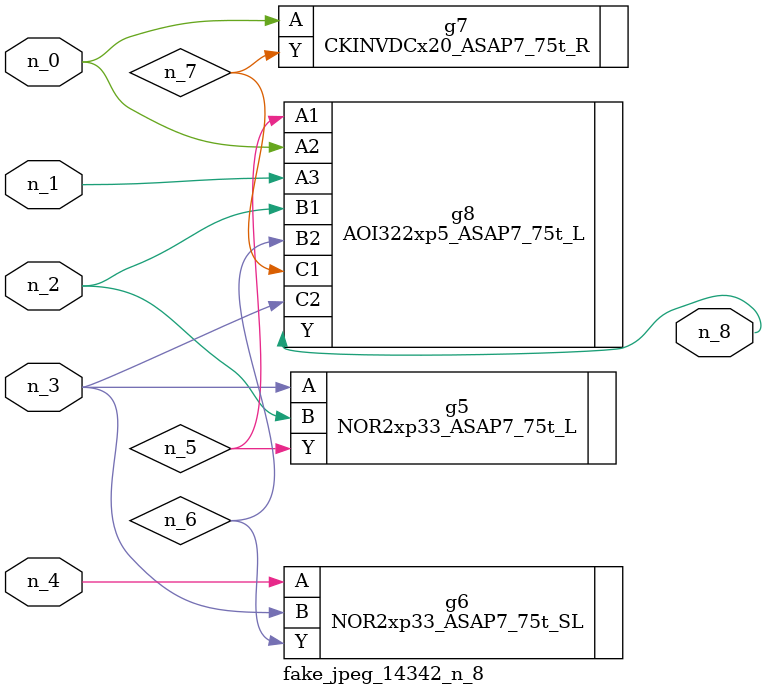
<source format=v>
module fake_jpeg_14342_n_8 (n_3, n_2, n_1, n_0, n_4, n_8);

input n_3;
input n_2;
input n_1;
input n_0;
input n_4;

output n_8;

wire n_6;
wire n_5;
wire n_7;

NOR2xp33_ASAP7_75t_L g5 ( 
.A(n_3),
.B(n_2),
.Y(n_5)
);

NOR2xp33_ASAP7_75t_SL g6 ( 
.A(n_4),
.B(n_3),
.Y(n_6)
);

CKINVDCx20_ASAP7_75t_R g7 ( 
.A(n_0),
.Y(n_7)
);

AOI322xp5_ASAP7_75t_L g8 ( 
.A1(n_5),
.A2(n_0),
.A3(n_1),
.B1(n_2),
.B2(n_6),
.C1(n_7),
.C2(n_3),
.Y(n_8)
);


endmodule
</source>
